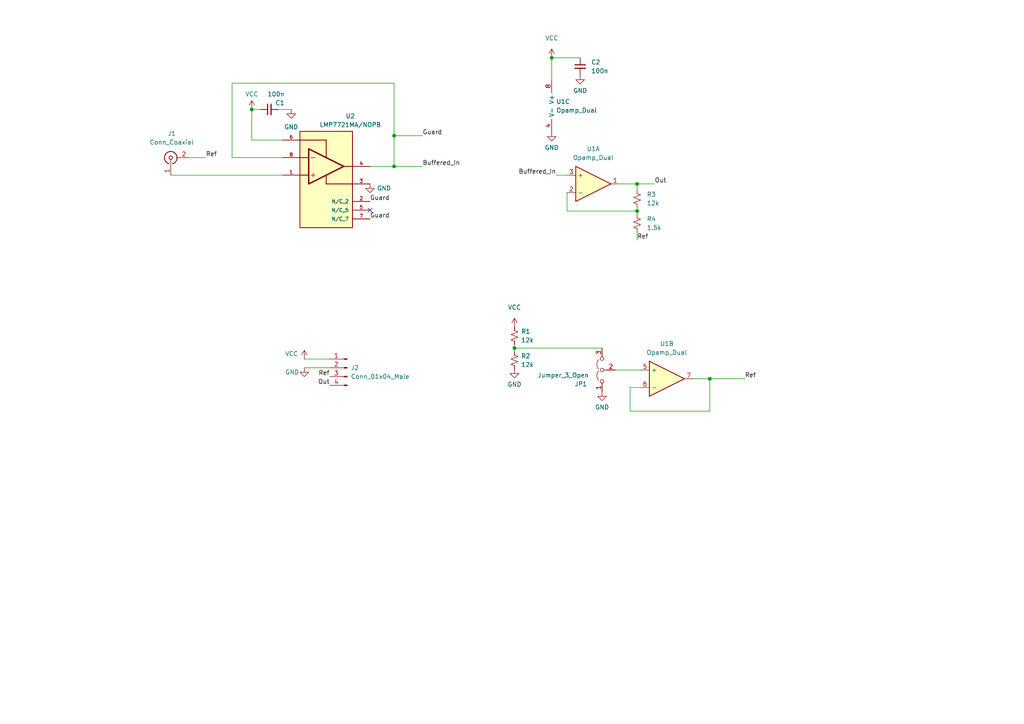
<source format=kicad_sch>
(kicad_sch (version 20211123) (generator eeschema)
  (paper "A4")
  (lib_symbols
    (symbol "Connector:Conn_01x04_Male" (pin_names (offset 1.016) hide)
      (property "Reference" "J" (at 0 5.08 0))
      (property "Value" "Conn_01x04_Male" (at 0 -7.62 0))
      (symbol "Conn_01x04_Male_1_1"
        (polyline (pts (xy 1.27 -5.08) (xy 0.8636 -5.08)) (stroke (width 0.1524)))
        (polyline (pts (xy 1.27 -2.54) (xy 0.8636 -2.54)) (stroke (width 0.1524)))
        (polyline (pts (xy 1.27 0) (xy 0.8636 0)) (stroke (width 0.1524)))
        (polyline (pts (xy 1.27 2.54) (xy 0.8636 2.54)) (stroke (width 0.1524)))
        (rectangle (start 0.8636 -4.953) (end 0 -5.207) (stroke (width 0.1524)) (fill (type outline)))
        (rectangle (start 0.8636 -2.413) (end 0 -2.667) (stroke (width 0.1524)) (fill (type outline)))
        (rectangle (start 0.8636 0.127) (end 0 -0.127) (stroke (width 0.1524)) (fill (type outline)))
        (rectangle (start 0.8636 2.667) (end 0 2.413) (stroke (width 0.1524)) (fill (type outline)))
        (pin passive line (at 5.08 2.54 180) (length 3.81) (name "Pin_1") (number "1"))
        (pin passive line (at 5.08 0 180) (length 3.81) (name "Pin_2") (number "2"))
        (pin passive line (at 5.08 -2.54 180) (length 3.81) (name "Pin_3") (number "3"))
        (pin passive line (at 5.08 -5.08 180) (length 3.81) (name "Pin_4") (number "4"))
      )
    )
    (symbol "Connector:Conn_Coaxial" (pin_names (offset 1.016) hide)
      (property "Reference" "J" (at 0.254 3.048 0))
      (property "Value" "Conn_Coaxial" (at 2.921 0 90))
      (symbol "Conn_Coaxial_0_1"
        (arc (start -1.778 -0.508) (mid 0.222 -1.808) (end 1.778 0) (stroke (width 0.254)))
        (polyline (pts (xy -2.54 0) (xy -0.508 0)))
        (polyline (pts (xy 0 -2.54) (xy 0 -1.778)))
        (circle (center 0 0) (radius 0.508) (stroke (width 0.2032)))
        (arc (start 1.778 0) (mid 0.222 1.8083) (end -1.778 0.508) (stroke (width 0.254)))
      )
      (symbol "Conn_Coaxial_1_1"
        (pin passive line (at -5.08 0 0) (length 2.54) (name "In") (number "1"))
        (pin passive line (at 0 -5.08 90) (length 2.54) (name "Ext") (number "2"))
      )
    )
    (symbol "Device:C_Small" (pin_numbers hide) (pin_names (offset 0.254) hide)
      (property "Reference" "C" (at 0.254 1.778 0))
      (property "Value" "C_Small" (at 0.254 -2.032 0))
      (symbol "C_Small_0_1"
        (polyline (pts (xy -1.524 -0.508) (xy 1.524 -0.508)) (stroke (width 0.3302)))
        (polyline (pts (xy -1.524 0.508) (xy 1.524 0.508)) (stroke (width 0.3048)))
      )
      (symbol "C_Small_1_1"
        (pin passive line (at 0 2.54 270) (length 2.032) (name "~") (number "1"))
        (pin passive line (at 0 -2.54 90) (length 2.032) (name "~") (number "2"))
      )
    )
    (symbol "Device:Opamp_Dual"
      (property "Reference" "U" (at 0 5.08 0))
      (property "Value" "Opamp_Dual" (at 0 -5.08 0))
      (symbol "Opamp_Dual_1_1"
        (polyline (pts (xy -5.08 5.08) (xy 5.08 0) (xy -5.08 -5.08) (xy -5.08 5.08)) (stroke (width 0.254)) (fill (type background)))
        (pin output line (at 7.62 0 180) (length 2.54) (name "~") (number "1"))
        (pin input line (at -7.62 -2.54 0) (length 2.54) (name "-") (number "2"))
        (pin input line (at -7.62 2.54 0) (length 2.54) (name "+") (number "3"))
      )
      (symbol "Opamp_Dual_2_1"
        (polyline (pts (xy -5.08 5.08) (xy 5.08 0) (xy -5.08 -5.08) (xy -5.08 5.08)) (stroke (width 0.254)) (fill (type background)))
        (pin input line (at -7.62 2.54 0) (length 2.54) (name "+") (number "5"))
        (pin input line (at -7.62 -2.54 0) (length 2.54) (name "-") (number "6"))
        (pin output line (at 7.62 0 180) (length 2.54) (name "~") (number "7"))
      )
      (symbol "Opamp_Dual_3_1"
        (pin power_in line (at -2.54 -7.62 90) (length 3.81) (name "V-") (number "4"))
        (pin power_in line (at -2.54 7.62 270) (length 3.81) (name "V+") (number "8"))
      )
    )
    (symbol "Device:R_Small_US" (pin_numbers hide) (pin_names (offset 0.254) hide)
      (property "Reference" "R" (at 0.762 0.508 0))
      (property "Value" "R_Small_US" (at 0.762 -1.016 0))
      (symbol "R_Small_US_1_1"
        (polyline (pts (xy 0 0) (xy 1.016 -0.381) (xy 0 -0.762) (xy -1.016 -1.143) (xy 0 -1.524)))
        (polyline (pts (xy 0 1.524) (xy 1.016 1.143) (xy 0 0.762) (xy -1.016 0.381) (xy 0 0)))
        (pin passive line (at 0 2.54 270) (length 1.016) (name "~") (number "1"))
        (pin passive line (at 0 -2.54 90) (length 1.016) (name "~") (number "2"))
      )
    )
    (symbol "Jumper:Jumper_3_Open" (pin_names (offset 0) hide)
      (property "Reference" "JP" (at -2.54 -2.54 0))
      (property "Value" "Jumper_3_Open" (at 0 2.794 0))
      (symbol "Jumper_3_Open_0_0"
        (circle (center -3.302 0) (radius 0.508))
        (circle (center 0 0) (radius 0.508))
        (circle (center 3.302 0) (radius 0.508))
      )
      (symbol "Jumper_3_Open_0_1"
        (arc (start -0.254 1.016) (mid -1.651 1.4992) (end -3.048 1.016))
        (polyline (pts (xy 0 -0.508) (xy 0 -1.27)))
        (arc (start 3.048 1.016) (mid 1.651 1.4992) (end 0.254 1.016))
      )
      (symbol "Jumper_3_Open_1_1"
        (pin passive line (at -6.35 0 0) (length 2.54) (name "A") (number "1"))
        (pin input line (at 0 -3.81 90) (length 2.54) (name "C") (number "2"))
        (pin passive line (at 6.35 0 180) (length 2.54) (name "B") (number "3"))
      )
    )
    (symbol "LMP7721:LMP7721MA{slash}NOPB" (pin_names (offset 1.016))
      (property "Reference" "U" (at -7.62 16.2306 0))
      (property "Value" "LMP7721MA{slash}NOPB" (at -7.62 -15.24 0))
      (symbol "LMP7721MA{slash}NOPB_0_0"
        (rectangle (start -7.62 -12.7) (end 7.62 15.24) (stroke (width 0.254)) (fill (type background)))
        (polyline (pts (xy -7.62 2.54) (xy -5.08 2.54)) (stroke (width 0.254)))
        (polyline (pts (xy -7.62 7.62) (xy -5.08 7.62)) (stroke (width 0.254)))
        (polyline (pts (xy -7.62 12.7) (xy 0 12.7)) (stroke (width 0.254)))
        (polyline (pts (xy -5.08 0) (xy 0 2.54)) (stroke (width 0.4064)))
        (polyline (pts (xy -5.08 7.62) (xy -5.08 0)) (stroke (width 0.4064)))
        (polyline (pts (xy -5.08 10.16) (xy -5.08 7.62)) (stroke (width 0.4064)))
        (polyline (pts (xy -4.445 2.54) (xy -3.175 2.54)) (stroke (width 0.1524)))
        (polyline (pts (xy -4.445 7.62) (xy -3.175 7.62)) (stroke (width 0.1524)))
        (polyline (pts (xy -3.81 3.175) (xy -3.81 1.905)) (stroke (width 0.1524)))
        (polyline (pts (xy 0 0) (xy 0 2.54)) (stroke (width 0.254)))
        (polyline (pts (xy 0 0) (xy 7.62 0)) (stroke (width 0.254)))
        (polyline (pts (xy 0 2.54) (xy 5.08 5.08)) (stroke (width 0.4064)))
        (polyline (pts (xy 0 7.62) (xy -5.08 10.16)) (stroke (width 0.4064)))
        (polyline (pts (xy 0 7.62) (xy 0 12.7)) (stroke (width 0.254)))
        (polyline (pts (xy 5.08 5.08) (xy 0 7.62)) (stroke (width 0.4064)))
        (polyline (pts (xy 5.08 5.08) (xy 7.62 5.08)) (stroke (width 0.254)))
        (pin input line (at -12.7 2.54 0) (length 5.08) (name "~") (number "1"))
        (pin passive line (at 12.7 -5.08 180) (length 5.08) (name "N/C_2") (number "2"))
        (pin power_in line (at 12.7 0 180) (length 5.08) (name "~") (number "3"))
        (pin output line (at 12.7 5.08 180) (length 5.08) (name "~") (number "4"))
        (pin passive line (at 12.7 -7.62 180) (length 5.08) (name "N/C_5") (number "5"))
        (pin power_in line (at -12.7 12.7 0) (length 5.08) (name "~") (number "6"))
        (pin passive line (at 12.7 -10.16 180) (length 5.08) (name "N/C_7") (number "7"))
        (pin input line (at -12.7 7.62 0) (length 5.08) (name "~") (number "8"))
      )
    )
    (symbol "power:GND" (power) (pin_names (offset 0))
      (property "Value" "GND" (at 0 -3.81 0))
      (symbol "GND_0_1"
        (polyline (pts (xy 0 0) (xy 0 -1.27) (xy 1.27 -1.27) (xy 0 -2.54) (xy -1.27 -1.27) (xy 0 -1.27)))
      )
      (symbol "GND_1_1"
        (pin power_in line (at 0 0 270) (length 0) hide (name "GND") (number "1"))
      )
    )
    (symbol "power:VCC" (power) (pin_names (offset 0))
      (property "Value" "VCC" (at 0 3.81 0))
      (symbol "VCC_0_1"
        (polyline (pts (xy -0.762 1.27) (xy 0 2.54)))
        (polyline (pts (xy 0 0) (xy 0 2.54)))
        (polyline (pts (xy 0 2.54) (xy 0.762 1.27)))
      )
      (symbol "VCC_1_1"
        (pin power_in line (at 0 0 90) (length 0) hide (name "VCC") (number "1"))
      )
    )
  )
  (junction (at 184.785 61.214))
  (junction (at 114.3 48.26))
  (junction (at 205.867 109.855))
  (junction (at 73.025 31.75))
  (junction (at 149.225 100.965))
  (junction (at 184.785 53.34))
  (junction (at 114.3 39.37))
  (junction (at 160.02 16.764))
  (no_connect (at 107.315 60.96))
  (wire (pts (xy 160.02 16.764) (xy 168.275 16.764)))
  (wire (pts (xy 88.265 104.14) (xy 95.631 104.14)))
  (wire (pts (xy 184.785 60.198) (xy 184.785 61.214)))
  (wire (pts (xy 114.3 24.13) (xy 67.31 24.13)))
  (wire (pts (xy 179.705 53.34) (xy 184.785 53.34)))
  (wire (pts (xy 205.867 109.855) (xy 205.867 119.253)))
  (wire (pts (xy 88.265 106.68) (xy 95.631 106.68)))
  (wire (pts (xy 184.785 53.34) (xy 184.785 55.118)))
  (wire (pts (xy 184.785 61.214) (xy 184.785 62.23)))
  (wire (pts (xy 73.025 40.64) (xy 73.025 31.75)))
  (wire (pts (xy 149.225 100.965) (xy 174.625 100.965)))
  (wire (pts (xy 114.3 39.37) (xy 114.3 24.13)))
  (wire (pts (xy 164.465 61.214) (xy 184.785 61.214)))
  (wire (pts (xy 182.753 119.253) (xy 182.753 112.395)))
  (wire (pts (xy 149.225 100.965) (xy 149.225 101.981)))
  (wire (pts (xy 67.31 24.13) (xy 67.31 45.72)))
  (wire (pts (xy 114.3 48.26) (xy 107.315 48.26)))
  (wire (pts (xy 114.3 39.37) (xy 122.555 39.37)))
  (wire (pts (xy 81.915 40.64) (xy 73.025 40.64)))
  (wire (pts (xy 73.025 31.75) (xy 75.565 31.75)))
  (wire (pts (xy 49.53 50.8) (xy 81.915 50.8)))
  (wire (pts (xy 182.753 112.395) (xy 185.801 112.395)))
  (wire (pts (xy 201.041 109.855) (xy 205.867 109.855)))
  (wire (pts (xy 161.29 50.8) (xy 164.465 50.8)))
  (wire (pts (xy 114.3 48.26) (xy 122.555 48.26)))
  (wire (pts (xy 184.785 53.34) (xy 189.865 53.34)))
  (wire (pts (xy 178.435 107.315) (xy 185.801 107.315)))
  (wire (pts (xy 205.867 119.253) (xy 182.753 119.253)))
  (wire (pts (xy 114.3 48.26) (xy 114.3 39.37)))
  (wire (pts (xy 81.915 45.72) (xy 67.31 45.72)))
  (wire (pts (xy 54.61 45.72) (xy 59.69 45.72)))
  (wire (pts (xy 160.02 16.764) (xy 160.02 23.114)))
  (wire (pts (xy 80.645 31.75) (xy 84.455 31.75)))
  (wire (pts (xy 205.867 109.855) (xy 216.027 109.855)))
  (wire (pts (xy 184.785 67.31) (xy 184.785 69.596)))
  (wire (pts (xy 164.465 55.88) (xy 164.465 61.214)))
  (wire (pts (xy 149.225 99.949) (xy 149.225 100.965)))
  (label "Guard" (at 107.315 58.42 0))
  (label "Ref" (at 59.69 45.72 0))
  (label "Out" (at 95.631 111.76 180))
  (label "Out" (at 189.865 53.34 0))
  (label "Ref" (at 95.631 109.22 180))
  (label "Guard" (at 107.315 63.5 0))
  (label "Guard" (at 122.555 39.37 0))
  (label "Ref" (at 184.785 69.596 0))
  (label "Buffered_In" (at 161.29 50.8 180))
  (label "Buffered_In" (at 122.555 48.26 0))
  (label "Ref" (at 216.027 109.855 0))
  (symbol (lib_id "power:VCC") (at 160.02 16.764 0) (unit 1)
    (property "Reference" "#PWR06" (effects hide))
    (property "Value" "VCC" (at 160.02 11.049 0))
  )
  (symbol (lib_id "power:GND") (at 160.02 38.354 0) (unit 1)
    (property "Reference" "#PWR07" (effects hide))
    (property "Value" "GND" (at 160.02 42.799 0))
  )
  (symbol (lib_id "power:VCC") (at 149.225 94.869 0) (unit 1)
    (property "Reference" "#PWR01" (effects hide))
    (property "Value" "VCC" (at 149.225 89.154 0))
  )
  (symbol (lib_id "power:GND") (at 149.225 107.061 0) (unit 1)
    (property "Reference" "#PWR02" (effects hide))
    (property "Value" "GND" (at 149.225 111.506 0))
  )
  (symbol (lib_id "Connector:Conn_01x04_Male") (at 100.711 106.68 0) (mirror y) (unit 1)
    (property "Reference" "J2" (at 101.727 106.6799 0) (effects (justify right)))
    (property "Value" "Conn_01x04_Male" (at 101.727 109.2199 0) (effects (justify right)))
    (property "Footprint" "Connector_PinSocket_2.54mm:PinSocket_1x04_P2.54mm_Vertical" (effects hide))
  )
  (symbol (lib_id "power:VCC") (at 73.025 31.75 0) (unit 1)
    (property "Reference" "#PWR04" (effects hide))
    (property "Value" "VCC" (at 73.025 27.305 0))
  )
  (symbol (lib_id "power:GND") (at 168.275 21.844 0) (unit 1)
    (property "Reference" "#PWR08" (effects hide))
    (property "Value" "GND" (at 168.275 26.289 0))
  )
  (symbol (lib_id "Jumper:Jumper_3_Open") (at 174.625 107.315 90) (unit 1)
    (property "Reference" "JP1" (at 170.307 111.379 90) (effects (justify left)))
    (property "Value" "Jumper_3_Open" (at 170.815 108.839 90) (effects (justify left)))
    (property "Footprint" "Connector_PinSocket_2.54mm:PinSocket_1x03_P2.54mm_Vertical" (effects hide))
  )
  (symbol (lib_id "power:GND") (at 84.455 31.75 0) (unit 1)
    (property "Reference" "#PWR05" (effects hide))
    (property "Value" "GND" (at 84.455 36.83 0))
  )
  (symbol (lib_id "power:VCC") (at 88.265 104.14 0) (unit 1)
    (property "Reference" "#PWR010" (effects hide))
    (property "Value" "VCC" (at 86.487 102.616 0) (effects (justify right)))
  )
  (symbol (lib_id "Device:Opamp_Dual") (at 162.56 30.734 0) (unit 3)
    (property "Reference" "U1" (at 161.29 29.4639 0) (effects (justify left)))
    (property "Value" "Opamp_Dual" (at 161.29 32.0039 0) (effects (justify left)))
    (property "Footprint" "Package_SO:MSOP-8_3x3mm_P0.65mm" (effects hide))
  )
  (symbol (lib_id "power:GND") (at 88.265 106.68 0) (unit 1)
    (property "Reference" "#PWR011" (effects hide))
    (property "Value" "GND" (at 82.677 107.95 0) (effects (justify left)))
  )
  (symbol (lib_id "Device:R_Small_US") (at 149.225 104.521 0) (unit 1)
    (property "Reference" "R2" (at 151.13 103.2509 0) (effects (justify left)))
    (property "Value" "12k" (at 151.13 105.7909 0) (effects (justify left)))
    (property "Footprint" "Resistor_SMD:R_0805_2012Metric_Pad1.20x1.40mm_HandSolder" (effects hide))
  )
  (symbol (lib_id "LMP7721:LMP7721MA{slash}NOPB") (at 94.615 53.34 0) (unit 1)
    (property "Reference" "U2" (at 101.6 33.655 0))
    (property "Value" "LMP7721MA/NOPB" (at 101.6 36.195 0))
    (property "Footprint" "Package_SO:SOIC-8_3.9x4.9mm_P1.27mm" (effects hide))
    (property "STANDARD" "IPC-7351B" (effects hide))
    (property "MAXIMUM_PACKAGE_HEIGHT" "1.75mm" (effects hide))
    (property "PARTREV" "E" (effects hide))
    (property "MANUFACTURER" "Texas Instruments" (effects hide))
  )
  (symbol (lib_id "power:GND") (at 174.625 113.665 0) (unit 1)
    (property "Reference" "#PWR0101" (effects hide))
    (property "Value" "GND" (at 174.625 118.11 0))
  )
  (symbol (lib_id "Connector:Conn_Coaxial") (at 49.53 45.72 90) (unit 1)
    (property "Reference" "J1" (at 49.8232 38.735 90))
    (property "Value" "Conn_Coaxial" (at 49.8232 41.275 90))
    (property "Footprint" "Connector_Coaxial:BNC_Amphenol_B6252HB-NPP3G-50_Horizontal" (effects hide))
    (property "Datasheet" " ~" (effects hide))
  )
  (symbol (lib_id "Device:R_Small_US") (at 149.225 97.409 0) (unit 1)
    (property "Reference" "R1" (at 151.13 96.1389 0) (effects (justify left)))
    (property "Value" "12k" (at 151.13 98.6789 0) (effects (justify left)))
    (property "Footprint" "Resistor_SMD:R_0805_2012Metric_Pad1.20x1.40mm_HandSolder" (effects hide))
  )
  (symbol (lib_id "Device:Opamp_Dual") (at 172.085 53.34 0) (unit 1)
    (property "Reference" "U1" (at 172.085 43.18 0))
    (property "Value" "Opamp_Dual" (at 172.085 45.72 0))
    (property "Footprint" "Package_SO:MSOP-8_3x3mm_P0.65mm" (effects hide))
  )
  (symbol (lib_id "Device:C_Small") (at 78.105 31.75 90) (unit 1)
    (property "Reference" "C1" (at 82.55 29.845 90) (effects (justify left)))
    (property "Value" "100n" (at 82.55 27.305 90) (effects (justify left)))
    (property "Footprint" "Capacitor_SMD:C_0805_2012Metric_Pad1.18x1.45mm_HandSolder" (effects hide))
  )
  (symbol (lib_id "Device:R_Small_US") (at 184.785 57.658 0) (unit 1)
    (property "Reference" "R3" (at 187.579 56.3879 0) (effects (justify left)))
    (property "Value" "12k" (at 187.579 58.9279 0) (effects (justify left)))
    (property "Footprint" "Resistor_SMD:R_0805_2012Metric_Pad1.20x1.40mm_HandSolder" (effects hide))
  )
  (symbol (lib_id "Device:R_Small_US") (at 184.785 64.77 0) (unit 1)
    (property "Reference" "R4" (at 187.579 63.4999 0) (effects (justify left)))
    (property "Value" "1.5k" (at 187.579 66.0399 0) (effects (justify left)))
    (property "Footprint" "Resistor_SMD:R_0805_2012Metric_Pad1.20x1.40mm_HandSolder" (effects hide))
  )
  (symbol (lib_id "power:GND") (at 107.315 53.34 0) (unit 1)
    (property "Reference" "#PWR09" (effects hide))
    (property "Value" "GND" (at 111.379 54.61 0))
  )
  (symbol (lib_id "Device:Opamp_Dual") (at 193.421 109.855 0) (unit 2)
    (property "Reference" "U1" (at 193.421 99.695 0))
    (property "Value" "Opamp_Dual" (at 193.421 102.235 0))
    (property "Footprint" "Package_SO:MSOP-8_3x3mm_P0.65mm" (effects hide))
  )
  (symbol (lib_id "Device:C_Small") (at 168.275 19.304 0) (unit 1)
    (property "Reference" "C2" (at 171.45 18.0402 0) (effects (justify left)))
    (property "Value" "100n" (at 171.45 20.5802 0) (effects (justify left)))
    (property "Footprint" "Capacitor_SMD:C_0805_2012Metric_Pad1.18x1.45mm_HandSolder" (effects hide))
  )
)
</source>
